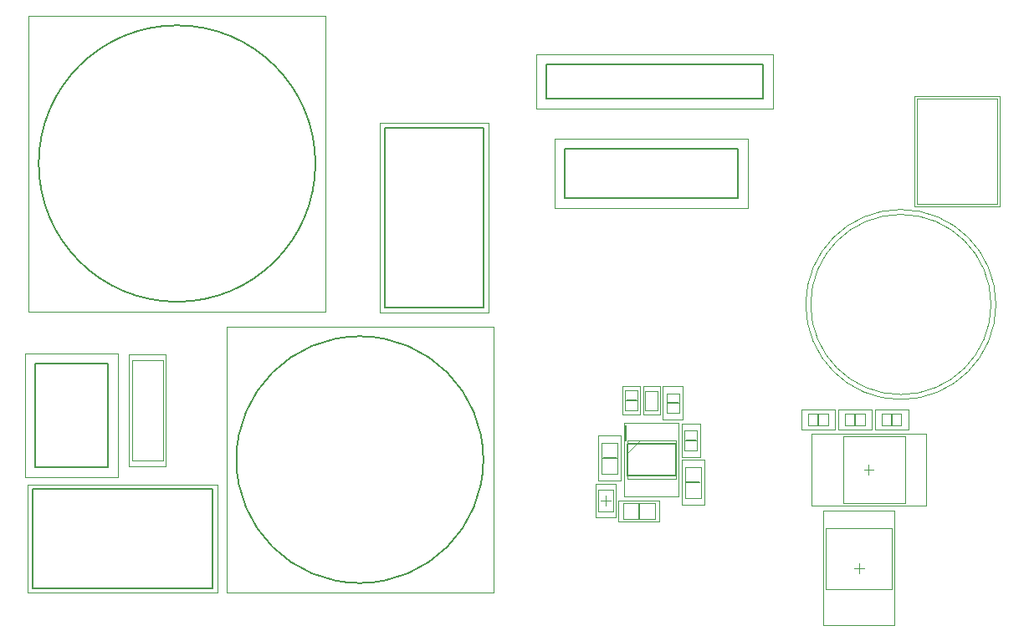
<source format=gbo>
G04 Layer_Color=32896*
%FSLAX25Y25*%
%MOIN*%
G70*
G01*
G75*
%ADD17C,0.00394*%
%ADD18C,0.00787*%
%ADD19C,0.00197*%
D17*
X588091Y325672D02*
G03*
X588091Y325672I-35925J0D01*
G01*
X544522Y282267D02*
X552396D01*
X544522Y277345D02*
Y282267D01*
Y277345D02*
X552396D01*
Y282267D01*
X529938D02*
X537812D01*
X529938Y277345D02*
Y282267D01*
Y277345D02*
X537812D01*
Y282267D01*
X515354D02*
X523228D01*
X515354Y277345D02*
Y282267D01*
Y277345D02*
X523228D01*
Y282267D01*
X441525Y240190D02*
Y246489D01*
X454123D01*
Y240190D02*
Y246489D01*
X441525Y240190D02*
X454123D01*
X466060Y267510D02*
X470981D01*
X466060D02*
Y275384D01*
X470981D01*
Y267510D02*
Y275384D01*
X463796Y282399D02*
Y290273D01*
X458875D02*
X463796D01*
X458875Y282399D02*
Y290273D01*
Y282399D02*
X463796D01*
X466158Y248497D02*
Y260899D01*
Y248497D02*
X472458D01*
Y260899D01*
X466158D02*
X472458D01*
X437433Y243208D02*
Y251869D01*
X431724Y243208D02*
Y251869D01*
Y243208D02*
X437433D01*
X431724Y251869D02*
X437433D01*
X439353Y258185D02*
Y270587D01*
X433054D02*
X439353D01*
X433054Y258185D02*
Y270587D01*
Y258185D02*
X439353D01*
X443110Y266457D02*
X448110Y271457D01*
X443110D02*
X462402D01*
Y256102D02*
Y271457D01*
X443110Y256102D02*
X462402D01*
X443110D02*
Y271457D01*
X442345Y283454D02*
X447267D01*
X442345D02*
Y291328D01*
X447267D01*
Y283454D02*
Y291328D01*
X455315Y283375D02*
Y291249D01*
X450394D02*
X455315D01*
X450394Y283375D02*
Y291249D01*
Y283375D02*
X455315D01*
X548720Y212008D02*
Y236496D01*
X522146Y212008D02*
Y236496D01*
X548720D01*
X522146Y212008D02*
X548720D01*
X529331Y246555D02*
X553819D01*
X529331Y273130D02*
X553819D01*
Y246555D02*
Y273130D01*
X529331Y246555D02*
Y273130D01*
X590551Y365748D02*
Y407717D01*
X558661D02*
X590551D01*
X558661Y365748D02*
Y407717D01*
Y365748D02*
X590551D01*
X245827Y303346D02*
X258110D01*
X245827Y263583D02*
Y303346D01*
Y263583D02*
X258110D01*
Y303346D01*
X432610Y247538D02*
X436547D01*
X434579Y245570D02*
Y249507D01*
X533465Y220472D02*
X537402D01*
X535433Y218504D02*
Y222441D01*
X414370Y364173D02*
X491142D01*
X414370D02*
Y391732D01*
X491142D01*
Y364173D02*
Y391732D01*
X539370Y257874D02*
Y261811D01*
X537402Y259843D02*
X541339D01*
X406811Y403839D02*
Y425492D01*
Y403839D02*
X501299D01*
Y425492D01*
X406811D02*
X501299D01*
X204331Y210630D02*
X279921D01*
X204331D02*
Y253937D01*
X279921D01*
Y210630D02*
Y253937D01*
X389764Y210630D02*
Y316929D01*
X283465Y210630D02*
X389764D01*
X283465D02*
Y316929D01*
X389764D01*
X387795Y322441D02*
Y398032D01*
X344488Y322441D02*
X387795D01*
X344488D02*
Y398032D01*
X387795D01*
X322835Y322835D02*
Y440945D01*
X204724D02*
X322835D01*
X204724Y322835D02*
Y440945D01*
Y322835D02*
X322835D01*
X203150Y306102D02*
X240157D01*
X203150Y256890D02*
Y306102D01*
Y256890D02*
X240157D01*
Y306102D01*
D18*
X548459Y277739D02*
Y281873D01*
X533875Y277739D02*
Y281873D01*
X519291Y277739D02*
Y281873D01*
X447824Y240584D02*
Y246095D01*
X466454Y271447D02*
X470588D01*
X459269Y286336D02*
X463403D01*
X466552Y254698D02*
X472064D01*
X433448Y264386D02*
X438960D01*
X442500Y271457D02*
Y277461D01*
X443110Y270079D02*
X462402D01*
Y257480D02*
Y270079D01*
X443110Y257480D02*
X462402D01*
X443110D02*
Y270079D01*
X442739Y287391D02*
X446873D01*
X336614Y312992D02*
G03*
X336614Y214567I0J-49213D01*
G01*
D02*
G03*
X336614Y312992I0J49213D01*
G01*
X208661Y381890D02*
G03*
X318898Y381890I55118J0D01*
G01*
D02*
G03*
X208661Y381890I-55118J0D01*
G01*
X418307Y368110D02*
X487205D01*
X418307D02*
Y387795D01*
X487205D01*
Y368110D02*
Y387795D01*
X410748Y407776D02*
Y421555D01*
Y407776D02*
X497362D01*
Y421555D01*
X410748D02*
X497362D01*
X206299Y212598D02*
X277953D01*
X206299D02*
Y251969D01*
X277953D01*
Y212598D02*
Y251969D01*
X385827Y324409D02*
Y396063D01*
X346457Y324409D02*
X385827D01*
X346457D02*
Y396063D01*
X385827D01*
X207087Y302165D02*
X236220D01*
X207087Y260827D02*
Y302165D01*
Y260827D02*
X236220D01*
Y302165D01*
D19*
X590059Y325672D02*
G03*
X590059Y325672I-37894J0D01*
G01*
X541766Y283743D02*
X555152D01*
X541766Y275869D02*
Y283743D01*
Y275869D02*
X555152D01*
Y283743D01*
X527182D02*
X540568D01*
X527182Y275869D02*
Y283743D01*
Y275869D02*
X540568D01*
Y283743D01*
X512598D02*
X525984D01*
X512598Y275869D02*
Y283743D01*
Y275869D02*
X525984D01*
Y283743D01*
X439714Y239166D02*
Y247513D01*
X455934D01*
Y239166D02*
Y247513D01*
X439714Y239166D02*
X455934D01*
X464781Y264852D02*
X472261D01*
X464781D02*
Y278041D01*
X472261D01*
Y264852D02*
Y278041D01*
X465273Y279643D02*
Y293029D01*
X457399D02*
X465273D01*
X457399Y279643D02*
Y293029D01*
Y279643D02*
X465273D01*
X464781Y245741D02*
Y263655D01*
Y245741D02*
X473836D01*
Y263655D01*
X464781D02*
X473836D01*
X438516Y240845D02*
Y254231D01*
X430642Y240845D02*
Y254231D01*
Y240845D02*
X438516D01*
X430642Y254231D02*
X438516D01*
X440731Y255429D02*
Y273343D01*
X431676D02*
X440731D01*
X431676Y255429D02*
Y273343D01*
Y255429D02*
X440731D01*
X441929Y278445D02*
X463583D01*
Y249114D02*
Y278445D01*
X441929Y249114D02*
X463583D01*
X441929D02*
Y278445D01*
X441302Y281643D02*
X448310D01*
X441302D02*
Y293139D01*
X448310D01*
Y281643D02*
Y293139D01*
X456201Y281643D02*
Y292981D01*
X449508D02*
X456201D01*
X449508Y281643D02*
Y292981D01*
Y281643D02*
X456201D01*
X549705Y197638D02*
Y243307D01*
X521161Y197638D02*
Y243307D01*
X549705D01*
X521161Y197638D02*
X549705D01*
X516535Y245571D02*
X562205D01*
X516535Y274114D02*
X562205D01*
Y245571D02*
Y274114D01*
X516535Y245571D02*
Y274114D01*
X591535Y364764D02*
Y408701D01*
X557677D02*
X591535D01*
X557677Y364764D02*
Y408701D01*
Y364764D02*
X591535D01*
X244626Y305925D02*
X259311D01*
X244626Y261004D02*
Y305925D01*
Y261004D02*
X259311D01*
Y305925D01*
M02*

</source>
